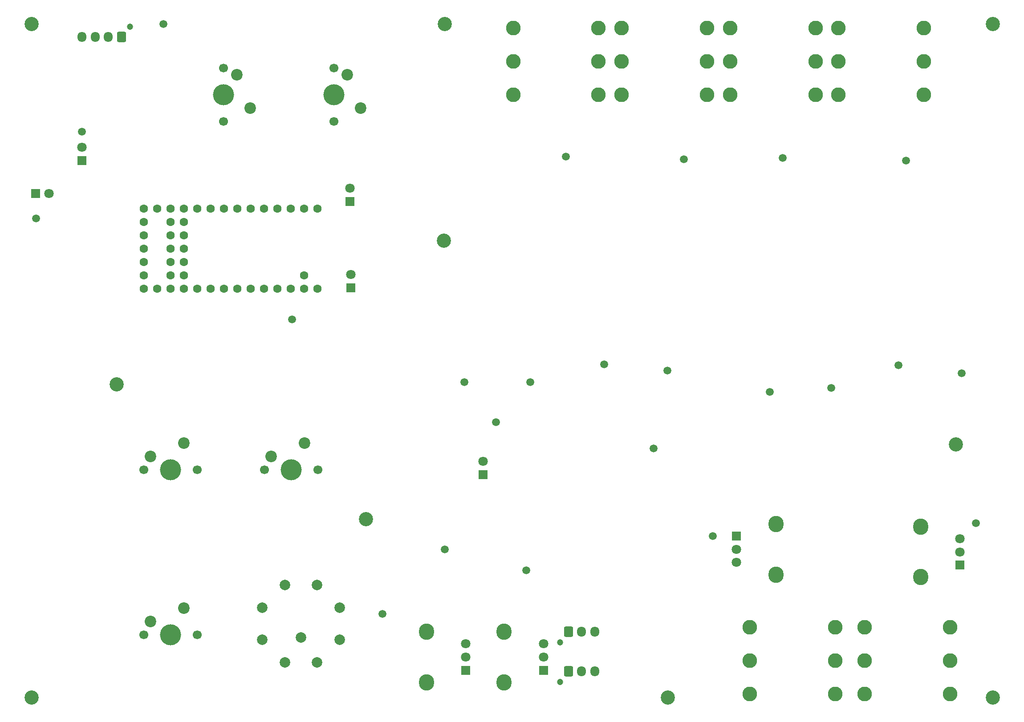
<source format=gbr>
%TF.GenerationSoftware,KiCad,Pcbnew,7.0.8*%
%TF.CreationDate,2024-03-08T11:10:07-05:00*%
%TF.ProjectId,Quad Joystick Mixer,51756164-204a-46f7-9973-7469636b204d,rev?*%
%TF.SameCoordinates,Original*%
%TF.FileFunction,Soldermask,Bot*%
%TF.FilePolarity,Negative*%
%FSLAX46Y46*%
G04 Gerber Fmt 4.6, Leading zero omitted, Abs format (unit mm)*
G04 Created by KiCad (PCBNEW 7.0.8) date 2024-03-08 11:10:07*
%MOMM*%
%LPD*%
G01*
G04 APERTURE LIST*
G04 Aperture macros list*
%AMRoundRect*
0 Rectangle with rounded corners*
0 $1 Rounding radius*
0 $2 $3 $4 $5 $6 $7 $8 $9 X,Y pos of 4 corners*
0 Add a 4 corners polygon primitive as box body*
4,1,4,$2,$3,$4,$5,$6,$7,$8,$9,$2,$3,0*
0 Add four circle primitives for the rounded corners*
1,1,$1+$1,$2,$3*
1,1,$1+$1,$4,$5*
1,1,$1+$1,$6,$7*
1,1,$1+$1,$8,$9*
0 Add four rect primitives between the rounded corners*
20,1,$1+$1,$2,$3,$4,$5,0*
20,1,$1+$1,$4,$5,$6,$7,0*
20,1,$1+$1,$6,$7,$8,$9,0*
20,1,$1+$1,$8,$9,$2,$3,0*%
G04 Aperture macros list end*
%ADD10C,1.500000*%
%ADD11C,2.800000*%
%ADD12R,1.800000X1.800000*%
%ADD13C,1.800000*%
%ADD14C,1.200000*%
%ADD15RoundRect,0.250000X0.600000X0.725000X-0.600000X0.725000X-0.600000X-0.725000X0.600000X-0.725000X0*%
%ADD16O,1.700000X1.950000*%
%ADD17C,1.700000*%
%ADD18C,4.000000*%
%ADD19C,2.200000*%
%ADD20O,2.900000X3.100000*%
%ADD21C,2.700000*%
%ADD22RoundRect,0.250000X-0.600000X-0.725000X0.600000X-0.725000X0.600000X0.725000X-0.600000X0.725000X0*%
%ADD23C,2.000000*%
%ADD24C,1.600000*%
G04 APERTURE END LIST*
D10*
%TO.C,TP4*%
X85500000Y-32750000D03*
%TD*%
%TO.C,TP16*%
X161988750Y-58011250D03*
%TD*%
%TO.C,TP19*%
X203238750Y-58261250D03*
%TD*%
D11*
%TO.C,J4*%
X152013750Y-39859850D03*
X168243750Y-39859850D03*
X152013750Y-33509850D03*
X168243750Y-33509850D03*
X152013750Y-46209850D03*
X168243750Y-46209850D03*
%TD*%
D12*
%TO.C,D11*%
X146268750Y-118589850D03*
D13*
X146268750Y-116049850D03*
%TD*%
D11*
%TO.C,J3*%
X235103750Y-153912650D03*
X218873750Y-153912650D03*
X235103750Y-160262650D03*
X218873750Y-160262650D03*
X235103750Y-147562650D03*
X218873750Y-147562650D03*
%TD*%
D12*
%TO.C,D7*%
X70000000Y-58775000D03*
D13*
X70000000Y-56235000D03*
%TD*%
D14*
%TO.C,J1*%
X79100000Y-33275000D03*
D15*
X77500000Y-35275000D03*
D16*
X75000000Y-35275000D03*
X72500000Y-35275000D03*
X70000000Y-35275000D03*
%TD*%
D12*
%TO.C,D21*%
X121151250Y-82986250D03*
D13*
X121151250Y-80446250D03*
%TD*%
D17*
%TO.C,SW6*%
X117920000Y-41130000D03*
D18*
X117920000Y-46210000D03*
D17*
X117920000Y-51290000D03*
D19*
X123000000Y-48750000D03*
X120460000Y-42400000D03*
%TD*%
D11*
%TO.C,J5*%
X172633750Y-39859850D03*
X188863750Y-39859850D03*
X172633750Y-33509850D03*
X188863750Y-33509850D03*
X172633750Y-46209850D03*
X188863750Y-46209850D03*
%TD*%
D20*
%TO.C,RV2*%
X229488750Y-138061250D03*
X229488750Y-128461250D03*
D12*
X236988750Y-135761250D03*
D13*
X236988750Y-133261250D03*
X236988750Y-130761250D03*
%TD*%
D17*
%TO.C,SW3*%
X104720000Y-117630000D03*
D18*
X109800000Y-117630000D03*
D17*
X114880000Y-117630000D03*
D19*
X112340000Y-112550000D03*
X105990000Y-115090000D03*
%TD*%
D10*
%TO.C,TP13*%
X200763750Y-102836250D03*
%TD*%
D21*
%TO.C,REF\u002A\u002A*%
X243200000Y-32800000D03*
%TD*%
D17*
%TO.C,SW4*%
X81730000Y-117630000D03*
D18*
X86810000Y-117630000D03*
D17*
X91890000Y-117630000D03*
D19*
X89350000Y-112550000D03*
X83000000Y-115090000D03*
%TD*%
D11*
%TO.C,J6*%
X193253750Y-39859850D03*
X209483750Y-39859850D03*
X193253750Y-33509850D03*
X209483750Y-33509850D03*
X193253750Y-46209850D03*
X209483750Y-46209850D03*
%TD*%
D14*
%TO.C,J9*%
X160900000Y-150475000D03*
D22*
X162500000Y-148475000D03*
D16*
X165000000Y-148475000D03*
X167500000Y-148475000D03*
%TD*%
D21*
%TO.C,REF\u002A\u002A*%
X138800000Y-74000000D03*
%TD*%
%TO.C,REF\u002A\u002A*%
X124000000Y-127000000D03*
%TD*%
D23*
%TO.C,SW2*%
X119049750Y-149973650D03*
X114719750Y-154303650D03*
X108597750Y-154303650D03*
X104267750Y-149973650D03*
X104267750Y-143851650D03*
X108597750Y-139521650D03*
X114719750Y-139521650D03*
X119049750Y-143851650D03*
X111658750Y-149562650D03*
%TD*%
D10*
%TO.C,TP5*%
X148768750Y-108589850D03*
%TD*%
%TO.C,TP3*%
X61250000Y-69750000D03*
%TD*%
D20*
%TO.C,RV1*%
X201988750Y-127961250D03*
X201988750Y-137561250D03*
D12*
X194488750Y-130261250D03*
D13*
X194488750Y-132761250D03*
X194488750Y-135261250D03*
%TD*%
D10*
%TO.C,TP18*%
X226738750Y-58761250D03*
%TD*%
D20*
%TO.C,RV4*%
X150288750Y-158061250D03*
X150288750Y-148461250D03*
D12*
X157788750Y-155761250D03*
D13*
X157788750Y-153261250D03*
X157788750Y-150761250D03*
%TD*%
D10*
%TO.C,TP21*%
X154488750Y-136761250D03*
%TD*%
%TO.C,TP1*%
X109960057Y-88984230D03*
%TD*%
D21*
%TO.C,REF\u002A\u002A*%
X181400000Y-161000000D03*
%TD*%
D17*
%TO.C,SW7*%
X96920000Y-41130000D03*
D18*
X96920000Y-46210000D03*
D17*
X96920000Y-51290000D03*
D19*
X102000000Y-48750000D03*
X99460000Y-42400000D03*
%TD*%
D10*
%TO.C,TP6*%
X189988750Y-130261250D03*
%TD*%
D21*
%TO.C,REF\u002A\u002A*%
X236200000Y-112800000D03*
%TD*%
D10*
%TO.C,TP9*%
X225288750Y-97741250D03*
%TD*%
%TO.C,TP17*%
X184488750Y-58511250D03*
%TD*%
%TO.C,TP2*%
X70000000Y-53250000D03*
%TD*%
D21*
%TO.C,REF\u002A\u002A*%
X60400000Y-32800000D03*
%TD*%
D10*
%TO.C,TP22*%
X127158750Y-145062650D03*
%TD*%
D21*
%TO.C,REF\u002A\u002A*%
X139000000Y-32800000D03*
%TD*%
D14*
%TO.C,J8*%
X160900000Y-158000000D03*
D22*
X162500000Y-156000000D03*
D16*
X165000000Y-156000000D03*
X167500000Y-156000000D03*
%TD*%
D10*
%TO.C,TP14*%
X155251250Y-100971250D03*
%TD*%
D20*
%TO.C,RV3*%
X135488750Y-158061250D03*
X135488750Y-148461250D03*
D12*
X142988750Y-155761250D03*
D13*
X142988750Y-153261250D03*
X142988750Y-150761250D03*
%TD*%
D21*
%TO.C,REF\u002A\u002A*%
X243200000Y-161000000D03*
%TD*%
D10*
%TO.C,TP7*%
X239988750Y-127761250D03*
%TD*%
%TO.C,TP15*%
X212488750Y-102011250D03*
%TD*%
D17*
%TO.C,SW5*%
X81730000Y-149005000D03*
D18*
X86810000Y-149005000D03*
D17*
X91890000Y-149005000D03*
D19*
X89350000Y-143925000D03*
X83000000Y-146465000D03*
%TD*%
D10*
%TO.C,TP23*%
X178668750Y-113589850D03*
%TD*%
D11*
%TO.C,J7*%
X213873750Y-39859850D03*
X230103750Y-39859850D03*
X213873750Y-33509850D03*
X230103750Y-33509850D03*
X213873750Y-46209850D03*
X230103750Y-46209850D03*
%TD*%
D10*
%TO.C,TP12*%
X142751250Y-100971250D03*
%TD*%
D12*
%TO.C,D9*%
X61225000Y-65000000D03*
D13*
X63765000Y-65000000D03*
%TD*%
D11*
%TO.C,J2*%
X213238750Y-153912650D03*
X197008750Y-153912650D03*
X213238750Y-160262650D03*
X197008750Y-160262650D03*
X213238750Y-147562650D03*
X197008750Y-147562650D03*
%TD*%
D10*
%TO.C,TP10*%
X181288750Y-98741250D03*
%TD*%
%TO.C,TP11*%
X237288750Y-99241250D03*
%TD*%
%TO.C,TP8*%
X169288750Y-97511250D03*
%TD*%
D24*
%TO.C,U20*%
X114813750Y-67942650D03*
X112273750Y-67942650D03*
X109733750Y-67942650D03*
X107193750Y-67942650D03*
X104653750Y-67942650D03*
X102113750Y-67942650D03*
X99573750Y-67942650D03*
X97033750Y-67942650D03*
X94493750Y-67942650D03*
X91953750Y-67942650D03*
X89413750Y-67942650D03*
X86873750Y-67942650D03*
X84333750Y-67942650D03*
X81793750Y-67942650D03*
X81793750Y-70482650D03*
X81793750Y-73022650D03*
X81793750Y-75562650D03*
X81793750Y-78102650D03*
X81793750Y-80642650D03*
X81793750Y-83182650D03*
X84333750Y-83182650D03*
X86873750Y-83182650D03*
X89413750Y-83182650D03*
X91953750Y-83182650D03*
X94493750Y-83182650D03*
X97033750Y-83182650D03*
X99573750Y-83182650D03*
X102113750Y-83182650D03*
X104653750Y-83182650D03*
X107193750Y-83182650D03*
X109733750Y-83182650D03*
X112273750Y-83182650D03*
X114813750Y-83182650D03*
X112273750Y-80642650D03*
X86873750Y-80642650D03*
X89413750Y-80642650D03*
X86873750Y-78102650D03*
X89413750Y-78102650D03*
X86873750Y-75562650D03*
X89413750Y-75562650D03*
X86873750Y-73022650D03*
X89413750Y-73022650D03*
X86873750Y-70482650D03*
X89413750Y-70482650D03*
%TD*%
D10*
%TO.C,TP20*%
X138988750Y-132761250D03*
%TD*%
D12*
%TO.C,D20*%
X120988750Y-66536250D03*
D13*
X120988750Y-63996250D03*
%TD*%
D21*
%TO.C,REF\u002A\u002A*%
X76600000Y-101400000D03*
%TD*%
%TO.C,REF\u002A\u002A*%
X60400000Y-161000000D03*
%TD*%
M02*

</source>
